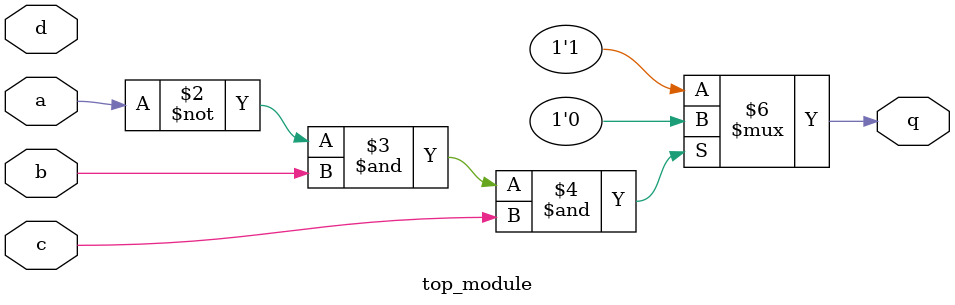
<source format=sv>
module top_module (
    input a,
    input b,
    input c,
    input d,
    output reg q
);

always @(*) begin
    if (~a & b & c)
        q = 0;
    else
        q = 1;
end

endmodule

</source>
